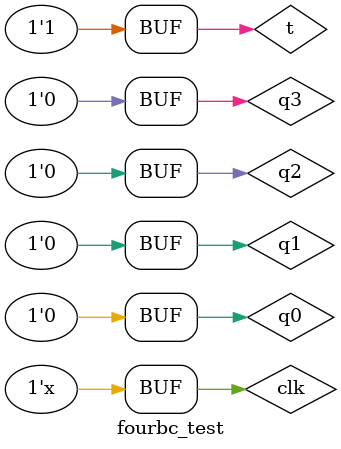
<source format=v>
`timescale 1ns / 1ps


module fourbc_test;

	// Inputs
	reg t;
	reg clk;

	// Outputs
	reg q0;
	reg q1;
	reg q2;
	reg q3;
	


	// Instantiate the Unit Under Test (UUT)
	fourbc uut (
		.t(t), 
		.clk(clk), 
		.q0(q0), 
		.q1(q1), 
		.q2(q2), 
		.q3(q3)
	);

	initial begin
		// Initialize Inputs
		
		clk = 0;
		q0=0;
		q1=0;
		q2=0;
		q3=0;
		// Wait 100 ns for global reset to finish
		
      
		t=1;
		// Add stimulus here

	end
	
	always
	
	# 10 clk=~clk;
      
endmodule


</source>
